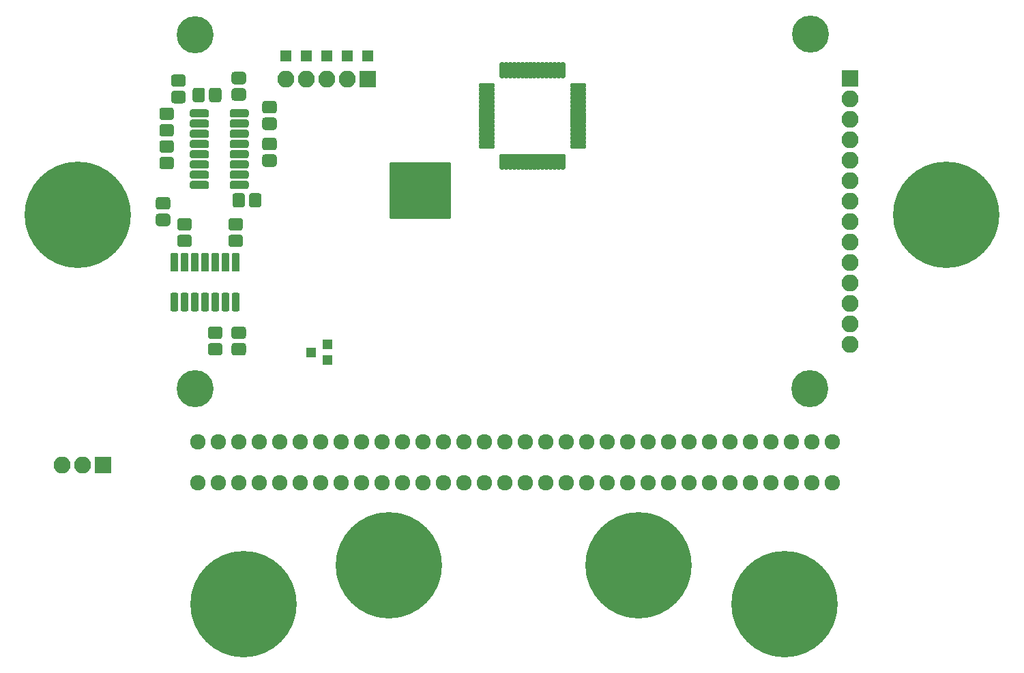
<source format=gbr>
G04 #@! TF.GenerationSoftware,KiCad,Pcbnew,5.1.6-c6e7f7d~87~ubuntu18.04.1*
G04 #@! TF.CreationDate,2020-08-09T22:57:09+01:00*
G04 #@! TF.ProjectId,ServerPSU_Breakout,53657276-6572-4505-9355-5f427265616b,B*
G04 #@! TF.SameCoordinates,Original*
G04 #@! TF.FileFunction,Soldermask,Bot*
G04 #@! TF.FilePolarity,Negative*
%FSLAX46Y46*%
G04 Gerber Fmt 4.6, Leading zero omitted, Abs format (unit mm)*
G04 Created by KiCad (PCBNEW 5.1.6-c6e7f7d~87~ubuntu18.04.1) date 2020-08-09 22:57:09*
%MOMM*%
%LPD*%
G01*
G04 APERTURE LIST*
%ADD10O,2.100000X2.100000*%
%ADD11R,2.100000X2.100000*%
%ADD12C,4.600000*%
%ADD13C,1.300000*%
%ADD14C,13.200000*%
%ADD15R,1.400000X1.400000*%
%ADD16R,1.300000X1.200000*%
%ADD17C,1.924000*%
%ADD18C,0.254000*%
G04 APERTURE END LIST*
D10*
X105473500Y-117602000D03*
X108013500Y-117602000D03*
D11*
X110553500Y-117602000D03*
D10*
X133223000Y-69723000D03*
X135763000Y-69723000D03*
X138303000Y-69723000D03*
X140843000Y-69723000D03*
D11*
X143383000Y-69723000D03*
D12*
X198310500Y-64173100D03*
D10*
X203288900Y-84899500D03*
X203288900Y-102679500D03*
X203288900Y-82359500D03*
X203288900Y-74739500D03*
D12*
X121983500Y-108140500D03*
D10*
X203288900Y-97599500D03*
D12*
X198234300Y-108140500D03*
D10*
X203288900Y-92519500D03*
X203288900Y-87439500D03*
D11*
X203288900Y-69659500D03*
D10*
X203288900Y-100139500D03*
D12*
X121983500Y-64198500D03*
D10*
X203288900Y-72199500D03*
X203288900Y-79819500D03*
X203288900Y-89979500D03*
X203288900Y-95059500D03*
X203288900Y-77279500D03*
G36*
G01*
X127250000Y-93632500D02*
X126750000Y-93632500D01*
G75*
G02*
X126500000Y-93382500I0J250000D01*
G01*
X126500000Y-91532500D01*
G75*
G02*
X126750000Y-91282500I250000J0D01*
G01*
X127250000Y-91282500D01*
G75*
G02*
X127500000Y-91532500I0J-250000D01*
G01*
X127500000Y-93382500D01*
G75*
G02*
X127250000Y-93632500I-250000J0D01*
G01*
G37*
G36*
G01*
X125980000Y-93632500D02*
X125480000Y-93632500D01*
G75*
G02*
X125230000Y-93382500I0J250000D01*
G01*
X125230000Y-91532500D01*
G75*
G02*
X125480000Y-91282500I250000J0D01*
G01*
X125980000Y-91282500D01*
G75*
G02*
X126230000Y-91532500I0J-250000D01*
G01*
X126230000Y-93382500D01*
G75*
G02*
X125980000Y-93632500I-250000J0D01*
G01*
G37*
G36*
G01*
X124710000Y-93632500D02*
X124210000Y-93632500D01*
G75*
G02*
X123960000Y-93382500I0J250000D01*
G01*
X123960000Y-91532500D01*
G75*
G02*
X124210000Y-91282500I250000J0D01*
G01*
X124710000Y-91282500D01*
G75*
G02*
X124960000Y-91532500I0J-250000D01*
G01*
X124960000Y-93382500D01*
G75*
G02*
X124710000Y-93632500I-250000J0D01*
G01*
G37*
G36*
G01*
X123440000Y-93632500D02*
X122940000Y-93632500D01*
G75*
G02*
X122690000Y-93382500I0J250000D01*
G01*
X122690000Y-91532500D01*
G75*
G02*
X122940000Y-91282500I250000J0D01*
G01*
X123440000Y-91282500D01*
G75*
G02*
X123690000Y-91532500I0J-250000D01*
G01*
X123690000Y-93382500D01*
G75*
G02*
X123440000Y-93632500I-250000J0D01*
G01*
G37*
G36*
G01*
X122170000Y-93632500D02*
X121670000Y-93632500D01*
G75*
G02*
X121420000Y-93382500I0J250000D01*
G01*
X121420000Y-91532500D01*
G75*
G02*
X121670000Y-91282500I250000J0D01*
G01*
X122170000Y-91282500D01*
G75*
G02*
X122420000Y-91532500I0J-250000D01*
G01*
X122420000Y-93382500D01*
G75*
G02*
X122170000Y-93632500I-250000J0D01*
G01*
G37*
G36*
G01*
X120900000Y-93632500D02*
X120400000Y-93632500D01*
G75*
G02*
X120150000Y-93382500I0J250000D01*
G01*
X120150000Y-91532500D01*
G75*
G02*
X120400000Y-91282500I250000J0D01*
G01*
X120900000Y-91282500D01*
G75*
G02*
X121150000Y-91532500I0J-250000D01*
G01*
X121150000Y-93382500D01*
G75*
G02*
X120900000Y-93632500I-250000J0D01*
G01*
G37*
G36*
G01*
X119630000Y-93632500D02*
X119130000Y-93632500D01*
G75*
G02*
X118880000Y-93382500I0J250000D01*
G01*
X118880000Y-91532500D01*
G75*
G02*
X119130000Y-91282500I250000J0D01*
G01*
X119630000Y-91282500D01*
G75*
G02*
X119880000Y-91532500I0J-250000D01*
G01*
X119880000Y-93382500D01*
G75*
G02*
X119630000Y-93632500I-250000J0D01*
G01*
G37*
G36*
G01*
X119630000Y-98582500D02*
X119130000Y-98582500D01*
G75*
G02*
X118880000Y-98332500I0J250000D01*
G01*
X118880000Y-96482500D01*
G75*
G02*
X119130000Y-96232500I250000J0D01*
G01*
X119630000Y-96232500D01*
G75*
G02*
X119880000Y-96482500I0J-250000D01*
G01*
X119880000Y-98332500D01*
G75*
G02*
X119630000Y-98582500I-250000J0D01*
G01*
G37*
G36*
G01*
X120900000Y-98582500D02*
X120400000Y-98582500D01*
G75*
G02*
X120150000Y-98332500I0J250000D01*
G01*
X120150000Y-96482500D01*
G75*
G02*
X120400000Y-96232500I250000J0D01*
G01*
X120900000Y-96232500D01*
G75*
G02*
X121150000Y-96482500I0J-250000D01*
G01*
X121150000Y-98332500D01*
G75*
G02*
X120900000Y-98582500I-250000J0D01*
G01*
G37*
G36*
G01*
X122170000Y-98582500D02*
X121670000Y-98582500D01*
G75*
G02*
X121420000Y-98332500I0J250000D01*
G01*
X121420000Y-96482500D01*
G75*
G02*
X121670000Y-96232500I250000J0D01*
G01*
X122170000Y-96232500D01*
G75*
G02*
X122420000Y-96482500I0J-250000D01*
G01*
X122420000Y-98332500D01*
G75*
G02*
X122170000Y-98582500I-250000J0D01*
G01*
G37*
G36*
G01*
X123440000Y-98582500D02*
X122940000Y-98582500D01*
G75*
G02*
X122690000Y-98332500I0J250000D01*
G01*
X122690000Y-96482500D01*
G75*
G02*
X122940000Y-96232500I250000J0D01*
G01*
X123440000Y-96232500D01*
G75*
G02*
X123690000Y-96482500I0J-250000D01*
G01*
X123690000Y-98332500D01*
G75*
G02*
X123440000Y-98582500I-250000J0D01*
G01*
G37*
G36*
G01*
X124710000Y-98582500D02*
X124210000Y-98582500D01*
G75*
G02*
X123960000Y-98332500I0J250000D01*
G01*
X123960000Y-96482500D01*
G75*
G02*
X124210000Y-96232500I250000J0D01*
G01*
X124710000Y-96232500D01*
G75*
G02*
X124960000Y-96482500I0J-250000D01*
G01*
X124960000Y-98332500D01*
G75*
G02*
X124710000Y-98582500I-250000J0D01*
G01*
G37*
G36*
G01*
X125980000Y-98582500D02*
X125480000Y-98582500D01*
G75*
G02*
X125230000Y-98332500I0J250000D01*
G01*
X125230000Y-96482500D01*
G75*
G02*
X125480000Y-96232500I250000J0D01*
G01*
X125980000Y-96232500D01*
G75*
G02*
X126230000Y-96482500I0J-250000D01*
G01*
X126230000Y-98332500D01*
G75*
G02*
X125980000Y-98582500I-250000J0D01*
G01*
G37*
G36*
G01*
X127250000Y-98582500D02*
X126750000Y-98582500D01*
G75*
G02*
X126500000Y-98332500I0J250000D01*
G01*
X126500000Y-96482500D01*
G75*
G02*
X126750000Y-96232500I250000J0D01*
G01*
X127250000Y-96232500D01*
G75*
G02*
X127500000Y-96482500I0J-250000D01*
G01*
X127500000Y-98332500D01*
G75*
G02*
X127250000Y-98582500I-250000J0D01*
G01*
G37*
G36*
G01*
X127563044Y-88523000D02*
X126436956Y-88523000D01*
G75*
G02*
X126100000Y-88186044I0J336956D01*
G01*
X126100000Y-87309956D01*
G75*
G02*
X126436956Y-86973000I336956J0D01*
G01*
X127563044Y-86973000D01*
G75*
G02*
X127900000Y-87309956I0J-336956D01*
G01*
X127900000Y-88186044D01*
G75*
G02*
X127563044Y-88523000I-336956J0D01*
G01*
G37*
G36*
G01*
X127563044Y-90573000D02*
X126436956Y-90573000D01*
G75*
G02*
X126100000Y-90236044I0J336956D01*
G01*
X126100000Y-89359956D01*
G75*
G02*
X126436956Y-89023000I336956J0D01*
G01*
X127563044Y-89023000D01*
G75*
G02*
X127900000Y-89359956I0J-336956D01*
G01*
X127900000Y-90236044D01*
G75*
G02*
X127563044Y-90573000I-336956J0D01*
G01*
G37*
G36*
G01*
X123194000Y-71128456D02*
X123194000Y-72254544D01*
G75*
G02*
X122857044Y-72591500I-336956J0D01*
G01*
X121980956Y-72591500D01*
G75*
G02*
X121644000Y-72254544I0J336956D01*
G01*
X121644000Y-71128456D01*
G75*
G02*
X121980956Y-70791500I336956J0D01*
G01*
X122857044Y-70791500D01*
G75*
G02*
X123194000Y-71128456I0J-336956D01*
G01*
G37*
G36*
G01*
X125244000Y-71128456D02*
X125244000Y-72254544D01*
G75*
G02*
X124907044Y-72591500I-336956J0D01*
G01*
X124030956Y-72591500D01*
G75*
G02*
X123694000Y-72254544I0J336956D01*
G01*
X123694000Y-71128456D01*
G75*
G02*
X124030956Y-70791500I336956J0D01*
G01*
X124907044Y-70791500D01*
G75*
G02*
X125244000Y-71128456I0J-336956D01*
G01*
G37*
G36*
G01*
X123668000Y-73727500D02*
X123668000Y-74227500D01*
G75*
G02*
X123418000Y-74477500I-250000J0D01*
G01*
X121568000Y-74477500D01*
G75*
G02*
X121318000Y-74227500I0J250000D01*
G01*
X121318000Y-73727500D01*
G75*
G02*
X121568000Y-73477500I250000J0D01*
G01*
X123418000Y-73477500D01*
G75*
G02*
X123668000Y-73727500I0J-250000D01*
G01*
G37*
G36*
G01*
X123668000Y-74997500D02*
X123668000Y-75497500D01*
G75*
G02*
X123418000Y-75747500I-250000J0D01*
G01*
X121568000Y-75747500D01*
G75*
G02*
X121318000Y-75497500I0J250000D01*
G01*
X121318000Y-74997500D01*
G75*
G02*
X121568000Y-74747500I250000J0D01*
G01*
X123418000Y-74747500D01*
G75*
G02*
X123668000Y-74997500I0J-250000D01*
G01*
G37*
G36*
G01*
X123668000Y-76267500D02*
X123668000Y-76767500D01*
G75*
G02*
X123418000Y-77017500I-250000J0D01*
G01*
X121568000Y-77017500D01*
G75*
G02*
X121318000Y-76767500I0J250000D01*
G01*
X121318000Y-76267500D01*
G75*
G02*
X121568000Y-76017500I250000J0D01*
G01*
X123418000Y-76017500D01*
G75*
G02*
X123668000Y-76267500I0J-250000D01*
G01*
G37*
G36*
G01*
X123668000Y-77537500D02*
X123668000Y-78037500D01*
G75*
G02*
X123418000Y-78287500I-250000J0D01*
G01*
X121568000Y-78287500D01*
G75*
G02*
X121318000Y-78037500I0J250000D01*
G01*
X121318000Y-77537500D01*
G75*
G02*
X121568000Y-77287500I250000J0D01*
G01*
X123418000Y-77287500D01*
G75*
G02*
X123668000Y-77537500I0J-250000D01*
G01*
G37*
G36*
G01*
X123668000Y-78807500D02*
X123668000Y-79307500D01*
G75*
G02*
X123418000Y-79557500I-250000J0D01*
G01*
X121568000Y-79557500D01*
G75*
G02*
X121318000Y-79307500I0J250000D01*
G01*
X121318000Y-78807500D01*
G75*
G02*
X121568000Y-78557500I250000J0D01*
G01*
X123418000Y-78557500D01*
G75*
G02*
X123668000Y-78807500I0J-250000D01*
G01*
G37*
G36*
G01*
X123668000Y-80077500D02*
X123668000Y-80577500D01*
G75*
G02*
X123418000Y-80827500I-250000J0D01*
G01*
X121568000Y-80827500D01*
G75*
G02*
X121318000Y-80577500I0J250000D01*
G01*
X121318000Y-80077500D01*
G75*
G02*
X121568000Y-79827500I250000J0D01*
G01*
X123418000Y-79827500D01*
G75*
G02*
X123668000Y-80077500I0J-250000D01*
G01*
G37*
G36*
G01*
X123668000Y-81347500D02*
X123668000Y-81847500D01*
G75*
G02*
X123418000Y-82097500I-250000J0D01*
G01*
X121568000Y-82097500D01*
G75*
G02*
X121318000Y-81847500I0J250000D01*
G01*
X121318000Y-81347500D01*
G75*
G02*
X121568000Y-81097500I250000J0D01*
G01*
X123418000Y-81097500D01*
G75*
G02*
X123668000Y-81347500I0J-250000D01*
G01*
G37*
G36*
G01*
X123668000Y-82617500D02*
X123668000Y-83117500D01*
G75*
G02*
X123418000Y-83367500I-250000J0D01*
G01*
X121568000Y-83367500D01*
G75*
G02*
X121318000Y-83117500I0J250000D01*
G01*
X121318000Y-82617500D01*
G75*
G02*
X121568000Y-82367500I250000J0D01*
G01*
X123418000Y-82367500D01*
G75*
G02*
X123668000Y-82617500I0J-250000D01*
G01*
G37*
G36*
G01*
X128618000Y-82617500D02*
X128618000Y-83117500D01*
G75*
G02*
X128368000Y-83367500I-250000J0D01*
G01*
X126518000Y-83367500D01*
G75*
G02*
X126268000Y-83117500I0J250000D01*
G01*
X126268000Y-82617500D01*
G75*
G02*
X126518000Y-82367500I250000J0D01*
G01*
X128368000Y-82367500D01*
G75*
G02*
X128618000Y-82617500I0J-250000D01*
G01*
G37*
G36*
G01*
X128618000Y-81347500D02*
X128618000Y-81847500D01*
G75*
G02*
X128368000Y-82097500I-250000J0D01*
G01*
X126518000Y-82097500D01*
G75*
G02*
X126268000Y-81847500I0J250000D01*
G01*
X126268000Y-81347500D01*
G75*
G02*
X126518000Y-81097500I250000J0D01*
G01*
X128368000Y-81097500D01*
G75*
G02*
X128618000Y-81347500I0J-250000D01*
G01*
G37*
G36*
G01*
X128618000Y-80077500D02*
X128618000Y-80577500D01*
G75*
G02*
X128368000Y-80827500I-250000J0D01*
G01*
X126518000Y-80827500D01*
G75*
G02*
X126268000Y-80577500I0J250000D01*
G01*
X126268000Y-80077500D01*
G75*
G02*
X126518000Y-79827500I250000J0D01*
G01*
X128368000Y-79827500D01*
G75*
G02*
X128618000Y-80077500I0J-250000D01*
G01*
G37*
G36*
G01*
X128618000Y-78807500D02*
X128618000Y-79307500D01*
G75*
G02*
X128368000Y-79557500I-250000J0D01*
G01*
X126518000Y-79557500D01*
G75*
G02*
X126268000Y-79307500I0J250000D01*
G01*
X126268000Y-78807500D01*
G75*
G02*
X126518000Y-78557500I250000J0D01*
G01*
X128368000Y-78557500D01*
G75*
G02*
X128618000Y-78807500I0J-250000D01*
G01*
G37*
G36*
G01*
X128618000Y-77537500D02*
X128618000Y-78037500D01*
G75*
G02*
X128368000Y-78287500I-250000J0D01*
G01*
X126518000Y-78287500D01*
G75*
G02*
X126268000Y-78037500I0J250000D01*
G01*
X126268000Y-77537500D01*
G75*
G02*
X126518000Y-77287500I250000J0D01*
G01*
X128368000Y-77287500D01*
G75*
G02*
X128618000Y-77537500I0J-250000D01*
G01*
G37*
G36*
G01*
X128618000Y-76267500D02*
X128618000Y-76767500D01*
G75*
G02*
X128368000Y-77017500I-250000J0D01*
G01*
X126518000Y-77017500D01*
G75*
G02*
X126268000Y-76767500I0J250000D01*
G01*
X126268000Y-76267500D01*
G75*
G02*
X126518000Y-76017500I250000J0D01*
G01*
X128368000Y-76017500D01*
G75*
G02*
X128618000Y-76267500I0J-250000D01*
G01*
G37*
G36*
G01*
X128618000Y-74997500D02*
X128618000Y-75497500D01*
G75*
G02*
X128368000Y-75747500I-250000J0D01*
G01*
X126518000Y-75747500D01*
G75*
G02*
X126268000Y-75497500I0J250000D01*
G01*
X126268000Y-74997500D01*
G75*
G02*
X126518000Y-74747500I250000J0D01*
G01*
X128368000Y-74747500D01*
G75*
G02*
X128618000Y-74997500I0J-250000D01*
G01*
G37*
G36*
G01*
X128618000Y-73727500D02*
X128618000Y-74227500D01*
G75*
G02*
X128368000Y-74477500I-250000J0D01*
G01*
X126518000Y-74477500D01*
G75*
G02*
X126268000Y-74227500I0J250000D01*
G01*
X126268000Y-73727500D01*
G75*
G02*
X126518000Y-73477500I250000J0D01*
G01*
X128368000Y-73477500D01*
G75*
G02*
X128618000Y-73727500I0J-250000D01*
G01*
G37*
D13*
X149444113Y-126653887D03*
X146050000Y-125248000D03*
X142655887Y-126653887D03*
X141250000Y-130048000D03*
X142655887Y-133442113D03*
X146050000Y-134848000D03*
X149444113Y-133442113D03*
X150850000Y-130048000D03*
D14*
X146050000Y-130048000D03*
D13*
X180432113Y-126653887D03*
X177038000Y-125248000D03*
X173643887Y-126653887D03*
X172238000Y-130048000D03*
X173643887Y-133442113D03*
X177038000Y-134848000D03*
X180432113Y-133442113D03*
X181838000Y-130048000D03*
D14*
X177038000Y-130048000D03*
X215201500Y-86550500D03*
D13*
X220001500Y-86550500D03*
X218595613Y-89944613D03*
X215201500Y-91350500D03*
X211807387Y-89944613D03*
X210401500Y-86550500D03*
X211807387Y-83156387D03*
X215201500Y-81750500D03*
X218595613Y-83156387D03*
D14*
X107378500Y-86550500D03*
D13*
X112178500Y-86550500D03*
X110772613Y-89944613D03*
X107378500Y-91350500D03*
X103984387Y-89944613D03*
X102578500Y-86550500D03*
X103984387Y-83156387D03*
X107378500Y-81750500D03*
X110772613Y-83156387D03*
D14*
X127952500Y-134874000D03*
D13*
X132752500Y-134874000D03*
X131346613Y-138268113D03*
X127952500Y-139674000D03*
X124558387Y-138268113D03*
X123152500Y-134874000D03*
X124558387Y-131479887D03*
X127952500Y-130074000D03*
X131346613Y-131479887D03*
D14*
X195135500Y-134874000D03*
D13*
X199935500Y-134874000D03*
X198529613Y-138268113D03*
X195135500Y-139674000D03*
X191741387Y-138268113D03*
X190335500Y-134874000D03*
X191741387Y-131479887D03*
X195135500Y-130074000D03*
X198529613Y-131479887D03*
D15*
X135763000Y-66802000D03*
X140843000Y-66802000D03*
X133223000Y-66802000D03*
X138303000Y-66802000D03*
X143383000Y-66802000D03*
G36*
G01*
X130627956Y-79053500D02*
X131754044Y-79053500D01*
G75*
G02*
X132091000Y-79390456I0J-336956D01*
G01*
X132091000Y-80266544D01*
G75*
G02*
X131754044Y-80603500I-336956J0D01*
G01*
X130627956Y-80603500D01*
G75*
G02*
X130291000Y-80266544I0J336956D01*
G01*
X130291000Y-79390456D01*
G75*
G02*
X130627956Y-79053500I336956J0D01*
G01*
G37*
G36*
G01*
X130627956Y-77003500D02*
X131754044Y-77003500D01*
G75*
G02*
X132091000Y-77340456I0J-336956D01*
G01*
X132091000Y-78216544D01*
G75*
G02*
X131754044Y-78553500I-336956J0D01*
G01*
X130627956Y-78553500D01*
G75*
G02*
X130291000Y-78216544I0J336956D01*
G01*
X130291000Y-77340456D01*
G75*
G02*
X130627956Y-77003500I336956J0D01*
G01*
G37*
G36*
G01*
X131754044Y-73981500D02*
X130627956Y-73981500D01*
G75*
G02*
X130291000Y-73644544I0J336956D01*
G01*
X130291000Y-72768456D01*
G75*
G02*
X130627956Y-72431500I336956J0D01*
G01*
X131754044Y-72431500D01*
G75*
G02*
X132091000Y-72768456I0J-336956D01*
G01*
X132091000Y-73644544D01*
G75*
G02*
X131754044Y-73981500I-336956J0D01*
G01*
G37*
G36*
G01*
X131754044Y-76031500D02*
X130627956Y-76031500D01*
G75*
G02*
X130291000Y-75694544I0J336956D01*
G01*
X130291000Y-74818456D01*
G75*
G02*
X130627956Y-74481500I336956J0D01*
G01*
X131754044Y-74481500D01*
G75*
G02*
X132091000Y-74818456I0J-336956D01*
G01*
X132091000Y-75694544D01*
G75*
G02*
X131754044Y-76031500I-336956J0D01*
G01*
G37*
G36*
G01*
X128147000Y-84209456D02*
X128147000Y-85335544D01*
G75*
G02*
X127810044Y-85672500I-336956J0D01*
G01*
X126933956Y-85672500D01*
G75*
G02*
X126597000Y-85335544I0J336956D01*
G01*
X126597000Y-84209456D01*
G75*
G02*
X126933956Y-83872500I336956J0D01*
G01*
X127810044Y-83872500D01*
G75*
G02*
X128147000Y-84209456I0J-336956D01*
G01*
G37*
G36*
G01*
X130197000Y-84209456D02*
X130197000Y-85335544D01*
G75*
G02*
X129860044Y-85672500I-336956J0D01*
G01*
X128983956Y-85672500D01*
G75*
G02*
X128647000Y-85335544I0J336956D01*
G01*
X128647000Y-84209456D01*
G75*
G02*
X128983956Y-83872500I336956J0D01*
G01*
X129860044Y-83872500D01*
G75*
G02*
X130197000Y-84209456I0J-336956D01*
G01*
G37*
G36*
G01*
X127944044Y-70362000D02*
X126817956Y-70362000D01*
G75*
G02*
X126481000Y-70025044I0J336956D01*
G01*
X126481000Y-69148956D01*
G75*
G02*
X126817956Y-68812000I336956J0D01*
G01*
X127944044Y-68812000D01*
G75*
G02*
X128281000Y-69148956I0J-336956D01*
G01*
X128281000Y-70025044D01*
G75*
G02*
X127944044Y-70362000I-336956J0D01*
G01*
G37*
G36*
G01*
X127944044Y-72412000D02*
X126817956Y-72412000D01*
G75*
G02*
X126481000Y-72075044I0J336956D01*
G01*
X126481000Y-71198956D01*
G75*
G02*
X126817956Y-70862000I336956J0D01*
G01*
X127944044Y-70862000D01*
G75*
G02*
X128281000Y-71198956I0J-336956D01*
G01*
X128281000Y-72075044D01*
G75*
G02*
X127944044Y-72412000I-336956J0D01*
G01*
G37*
G36*
G01*
X117419956Y-86419500D02*
X118546044Y-86419500D01*
G75*
G02*
X118883000Y-86756456I0J-336956D01*
G01*
X118883000Y-87632544D01*
G75*
G02*
X118546044Y-87969500I-336956J0D01*
G01*
X117419956Y-87969500D01*
G75*
G02*
X117083000Y-87632544I0J336956D01*
G01*
X117083000Y-86756456D01*
G75*
G02*
X117419956Y-86419500I336956J0D01*
G01*
G37*
G36*
G01*
X117419956Y-84369500D02*
X118546044Y-84369500D01*
G75*
G02*
X118883000Y-84706456I0J-336956D01*
G01*
X118883000Y-85582544D01*
G75*
G02*
X118546044Y-85919500I-336956J0D01*
G01*
X117419956Y-85919500D01*
G75*
G02*
X117083000Y-85582544I0J336956D01*
G01*
X117083000Y-84706456D01*
G75*
G02*
X117419956Y-84369500I336956J0D01*
G01*
G37*
G36*
G01*
X120451044Y-70679500D02*
X119324956Y-70679500D01*
G75*
G02*
X118988000Y-70342544I0J336956D01*
G01*
X118988000Y-69466456D01*
G75*
G02*
X119324956Y-69129500I336956J0D01*
G01*
X120451044Y-69129500D01*
G75*
G02*
X120788000Y-69466456I0J-336956D01*
G01*
X120788000Y-70342544D01*
G75*
G02*
X120451044Y-70679500I-336956J0D01*
G01*
G37*
G36*
G01*
X120451044Y-72729500D02*
X119324956Y-72729500D01*
G75*
G02*
X118988000Y-72392544I0J336956D01*
G01*
X118988000Y-71516456D01*
G75*
G02*
X119324956Y-71179500I336956J0D01*
G01*
X120451044Y-71179500D01*
G75*
G02*
X120788000Y-71516456I0J-336956D01*
G01*
X120788000Y-72392544D01*
G75*
G02*
X120451044Y-72729500I-336956J0D01*
G01*
G37*
G36*
G01*
X118990544Y-74807000D02*
X117864456Y-74807000D01*
G75*
G02*
X117527500Y-74470044I0J336956D01*
G01*
X117527500Y-73593956D01*
G75*
G02*
X117864456Y-73257000I336956J0D01*
G01*
X118990544Y-73257000D01*
G75*
G02*
X119327500Y-73593956I0J-336956D01*
G01*
X119327500Y-74470044D01*
G75*
G02*
X118990544Y-74807000I-336956J0D01*
G01*
G37*
G36*
G01*
X118990544Y-76857000D02*
X117864456Y-76857000D01*
G75*
G02*
X117527500Y-76520044I0J336956D01*
G01*
X117527500Y-75643956D01*
G75*
G02*
X117864456Y-75307000I336956J0D01*
G01*
X118990544Y-75307000D01*
G75*
G02*
X119327500Y-75643956I0J-336956D01*
G01*
X119327500Y-76520044D01*
G75*
G02*
X118990544Y-76857000I-336956J0D01*
G01*
G37*
G36*
G01*
X117864456Y-79371000D02*
X118990544Y-79371000D01*
G75*
G02*
X119327500Y-79707956I0J-336956D01*
G01*
X119327500Y-80584044D01*
G75*
G02*
X118990544Y-80921000I-336956J0D01*
G01*
X117864456Y-80921000D01*
G75*
G02*
X117527500Y-80584044I0J336956D01*
G01*
X117527500Y-79707956D01*
G75*
G02*
X117864456Y-79371000I336956J0D01*
G01*
G37*
G36*
G01*
X117864456Y-77321000D02*
X118990544Y-77321000D01*
G75*
G02*
X119327500Y-77657956I0J-336956D01*
G01*
X119327500Y-78534044D01*
G75*
G02*
X118990544Y-78871000I-336956J0D01*
G01*
X117864456Y-78871000D01*
G75*
G02*
X117527500Y-78534044I0J336956D01*
G01*
X117527500Y-77657956D01*
G75*
G02*
X117864456Y-77321000I336956J0D01*
G01*
G37*
G36*
G01*
X120086956Y-89023000D02*
X121213044Y-89023000D01*
G75*
G02*
X121550000Y-89359956I0J-336956D01*
G01*
X121550000Y-90236044D01*
G75*
G02*
X121213044Y-90573000I-336956J0D01*
G01*
X120086956Y-90573000D01*
G75*
G02*
X119750000Y-90236044I0J336956D01*
G01*
X119750000Y-89359956D01*
G75*
G02*
X120086956Y-89023000I336956J0D01*
G01*
G37*
G36*
G01*
X120086956Y-86973000D02*
X121213044Y-86973000D01*
G75*
G02*
X121550000Y-87309956I0J-336956D01*
G01*
X121550000Y-88186044D01*
G75*
G02*
X121213044Y-88523000I-336956J0D01*
G01*
X120086956Y-88523000D01*
G75*
G02*
X119750000Y-88186044I0J336956D01*
G01*
X119750000Y-87309956D01*
G75*
G02*
X120086956Y-86973000I336956J0D01*
G01*
G37*
G36*
G01*
X125023044Y-101985000D02*
X123896956Y-101985000D01*
G75*
G02*
X123560000Y-101648044I0J336956D01*
G01*
X123560000Y-100771956D01*
G75*
G02*
X123896956Y-100435000I336956J0D01*
G01*
X125023044Y-100435000D01*
G75*
G02*
X125360000Y-100771956I0J-336956D01*
G01*
X125360000Y-101648044D01*
G75*
G02*
X125023044Y-101985000I-336956J0D01*
G01*
G37*
G36*
G01*
X125023044Y-104035000D02*
X123896956Y-104035000D01*
G75*
G02*
X123560000Y-103698044I0J336956D01*
G01*
X123560000Y-102821956D01*
G75*
G02*
X123896956Y-102485000I336956J0D01*
G01*
X125023044Y-102485000D01*
G75*
G02*
X125360000Y-102821956I0J-336956D01*
G01*
X125360000Y-103698044D01*
G75*
G02*
X125023044Y-104035000I-336956J0D01*
G01*
G37*
G36*
G01*
X127944044Y-101985000D02*
X126817956Y-101985000D01*
G75*
G02*
X126481000Y-101648044I0J336956D01*
G01*
X126481000Y-100771956D01*
G75*
G02*
X126817956Y-100435000I336956J0D01*
G01*
X127944044Y-100435000D01*
G75*
G02*
X128281000Y-100771956I0J-336956D01*
G01*
X128281000Y-101648044D01*
G75*
G02*
X127944044Y-101985000I-336956J0D01*
G01*
G37*
G36*
G01*
X127944044Y-104035000D02*
X126817956Y-104035000D01*
G75*
G02*
X126481000Y-103698044I0J336956D01*
G01*
X126481000Y-102821956D01*
G75*
G02*
X126817956Y-102485000I336956J0D01*
G01*
X127944044Y-102485000D01*
G75*
G02*
X128281000Y-102821956I0J-336956D01*
G01*
X128281000Y-103698044D01*
G75*
G02*
X127944044Y-104035000I-336956J0D01*
G01*
G37*
G36*
G01*
X157355000Y-70195000D02*
X158955000Y-70195000D01*
G75*
G02*
X159130000Y-70370000I0J-175000D01*
G01*
X159130000Y-70720000D01*
G75*
G02*
X158955000Y-70895000I-175000J0D01*
G01*
X157355000Y-70895000D01*
G75*
G02*
X157180000Y-70720000I0J175000D01*
G01*
X157180000Y-70370000D01*
G75*
G02*
X157355000Y-70195000I175000J0D01*
G01*
G37*
G36*
G01*
X157355000Y-70695000D02*
X158955000Y-70695000D01*
G75*
G02*
X159130000Y-70870000I0J-175000D01*
G01*
X159130000Y-71220000D01*
G75*
G02*
X158955000Y-71395000I-175000J0D01*
G01*
X157355000Y-71395000D01*
G75*
G02*
X157180000Y-71220000I0J175000D01*
G01*
X157180000Y-70870000D01*
G75*
G02*
X157355000Y-70695000I175000J0D01*
G01*
G37*
G36*
G01*
X157355000Y-71195000D02*
X158955000Y-71195000D01*
G75*
G02*
X159130000Y-71370000I0J-175000D01*
G01*
X159130000Y-71720000D01*
G75*
G02*
X158955000Y-71895000I-175000J0D01*
G01*
X157355000Y-71895000D01*
G75*
G02*
X157180000Y-71720000I0J175000D01*
G01*
X157180000Y-71370000D01*
G75*
G02*
X157355000Y-71195000I175000J0D01*
G01*
G37*
G36*
G01*
X157355000Y-71695000D02*
X158955000Y-71695000D01*
G75*
G02*
X159130000Y-71870000I0J-175000D01*
G01*
X159130000Y-72220000D01*
G75*
G02*
X158955000Y-72395000I-175000J0D01*
G01*
X157355000Y-72395000D01*
G75*
G02*
X157180000Y-72220000I0J175000D01*
G01*
X157180000Y-71870000D01*
G75*
G02*
X157355000Y-71695000I175000J0D01*
G01*
G37*
G36*
G01*
X157355000Y-72195000D02*
X158955000Y-72195000D01*
G75*
G02*
X159130000Y-72370000I0J-175000D01*
G01*
X159130000Y-72720000D01*
G75*
G02*
X158955000Y-72895000I-175000J0D01*
G01*
X157355000Y-72895000D01*
G75*
G02*
X157180000Y-72720000I0J175000D01*
G01*
X157180000Y-72370000D01*
G75*
G02*
X157355000Y-72195000I175000J0D01*
G01*
G37*
G36*
G01*
X157355000Y-72695000D02*
X158955000Y-72695000D01*
G75*
G02*
X159130000Y-72870000I0J-175000D01*
G01*
X159130000Y-73220000D01*
G75*
G02*
X158955000Y-73395000I-175000J0D01*
G01*
X157355000Y-73395000D01*
G75*
G02*
X157180000Y-73220000I0J175000D01*
G01*
X157180000Y-72870000D01*
G75*
G02*
X157355000Y-72695000I175000J0D01*
G01*
G37*
G36*
G01*
X157355000Y-73195000D02*
X158955000Y-73195000D01*
G75*
G02*
X159130000Y-73370000I0J-175000D01*
G01*
X159130000Y-73720000D01*
G75*
G02*
X158955000Y-73895000I-175000J0D01*
G01*
X157355000Y-73895000D01*
G75*
G02*
X157180000Y-73720000I0J175000D01*
G01*
X157180000Y-73370000D01*
G75*
G02*
X157355000Y-73195000I175000J0D01*
G01*
G37*
G36*
G01*
X157355000Y-73695000D02*
X158955000Y-73695000D01*
G75*
G02*
X159130000Y-73870000I0J-175000D01*
G01*
X159130000Y-74220000D01*
G75*
G02*
X158955000Y-74395000I-175000J0D01*
G01*
X157355000Y-74395000D01*
G75*
G02*
X157180000Y-74220000I0J175000D01*
G01*
X157180000Y-73870000D01*
G75*
G02*
X157355000Y-73695000I175000J0D01*
G01*
G37*
G36*
G01*
X157355000Y-74195000D02*
X158955000Y-74195000D01*
G75*
G02*
X159130000Y-74370000I0J-175000D01*
G01*
X159130000Y-74720000D01*
G75*
G02*
X158955000Y-74895000I-175000J0D01*
G01*
X157355000Y-74895000D01*
G75*
G02*
X157180000Y-74720000I0J175000D01*
G01*
X157180000Y-74370000D01*
G75*
G02*
X157355000Y-74195000I175000J0D01*
G01*
G37*
G36*
G01*
X157355000Y-74695000D02*
X158955000Y-74695000D01*
G75*
G02*
X159130000Y-74870000I0J-175000D01*
G01*
X159130000Y-75220000D01*
G75*
G02*
X158955000Y-75395000I-175000J0D01*
G01*
X157355000Y-75395000D01*
G75*
G02*
X157180000Y-75220000I0J175000D01*
G01*
X157180000Y-74870000D01*
G75*
G02*
X157355000Y-74695000I175000J0D01*
G01*
G37*
G36*
G01*
X157355000Y-75195000D02*
X158955000Y-75195000D01*
G75*
G02*
X159130000Y-75370000I0J-175000D01*
G01*
X159130000Y-75720000D01*
G75*
G02*
X158955000Y-75895000I-175000J0D01*
G01*
X157355000Y-75895000D01*
G75*
G02*
X157180000Y-75720000I0J175000D01*
G01*
X157180000Y-75370000D01*
G75*
G02*
X157355000Y-75195000I175000J0D01*
G01*
G37*
G36*
G01*
X157355000Y-75695000D02*
X158955000Y-75695000D01*
G75*
G02*
X159130000Y-75870000I0J-175000D01*
G01*
X159130000Y-76220000D01*
G75*
G02*
X158955000Y-76395000I-175000J0D01*
G01*
X157355000Y-76395000D01*
G75*
G02*
X157180000Y-76220000I0J175000D01*
G01*
X157180000Y-75870000D01*
G75*
G02*
X157355000Y-75695000I175000J0D01*
G01*
G37*
G36*
G01*
X157355000Y-76195000D02*
X158955000Y-76195000D01*
G75*
G02*
X159130000Y-76370000I0J-175000D01*
G01*
X159130000Y-76720000D01*
G75*
G02*
X158955000Y-76895000I-175000J0D01*
G01*
X157355000Y-76895000D01*
G75*
G02*
X157180000Y-76720000I0J175000D01*
G01*
X157180000Y-76370000D01*
G75*
G02*
X157355000Y-76195000I175000J0D01*
G01*
G37*
G36*
G01*
X157355000Y-76695000D02*
X158955000Y-76695000D01*
G75*
G02*
X159130000Y-76870000I0J-175000D01*
G01*
X159130000Y-77220000D01*
G75*
G02*
X158955000Y-77395000I-175000J0D01*
G01*
X157355000Y-77395000D01*
G75*
G02*
X157180000Y-77220000I0J175000D01*
G01*
X157180000Y-76870000D01*
G75*
G02*
X157355000Y-76695000I175000J0D01*
G01*
G37*
G36*
G01*
X157355000Y-77195000D02*
X158955000Y-77195000D01*
G75*
G02*
X159130000Y-77370000I0J-175000D01*
G01*
X159130000Y-77720000D01*
G75*
G02*
X158955000Y-77895000I-175000J0D01*
G01*
X157355000Y-77895000D01*
G75*
G02*
X157180000Y-77720000I0J175000D01*
G01*
X157180000Y-77370000D01*
G75*
G02*
X157355000Y-77195000I175000J0D01*
G01*
G37*
G36*
G01*
X157355000Y-77695000D02*
X158955000Y-77695000D01*
G75*
G02*
X159130000Y-77870000I0J-175000D01*
G01*
X159130000Y-78220000D01*
G75*
G02*
X158955000Y-78395000I-175000J0D01*
G01*
X157355000Y-78395000D01*
G75*
G02*
X157180000Y-78220000I0J175000D01*
G01*
X157180000Y-77870000D01*
G75*
G02*
X157355000Y-77695000I175000J0D01*
G01*
G37*
G36*
G01*
X159905000Y-78995000D02*
X160255000Y-78995000D01*
G75*
G02*
X160430000Y-79170000I0J-175000D01*
G01*
X160430000Y-80770000D01*
G75*
G02*
X160255000Y-80945000I-175000J0D01*
G01*
X159905000Y-80945000D01*
G75*
G02*
X159730000Y-80770000I0J175000D01*
G01*
X159730000Y-79170000D01*
G75*
G02*
X159905000Y-78995000I175000J0D01*
G01*
G37*
G36*
G01*
X160405000Y-78995000D02*
X160755000Y-78995000D01*
G75*
G02*
X160930000Y-79170000I0J-175000D01*
G01*
X160930000Y-80770000D01*
G75*
G02*
X160755000Y-80945000I-175000J0D01*
G01*
X160405000Y-80945000D01*
G75*
G02*
X160230000Y-80770000I0J175000D01*
G01*
X160230000Y-79170000D01*
G75*
G02*
X160405000Y-78995000I175000J0D01*
G01*
G37*
G36*
G01*
X160905000Y-78995000D02*
X161255000Y-78995000D01*
G75*
G02*
X161430000Y-79170000I0J-175000D01*
G01*
X161430000Y-80770000D01*
G75*
G02*
X161255000Y-80945000I-175000J0D01*
G01*
X160905000Y-80945000D01*
G75*
G02*
X160730000Y-80770000I0J175000D01*
G01*
X160730000Y-79170000D01*
G75*
G02*
X160905000Y-78995000I175000J0D01*
G01*
G37*
G36*
G01*
X161405000Y-78995000D02*
X161755000Y-78995000D01*
G75*
G02*
X161930000Y-79170000I0J-175000D01*
G01*
X161930000Y-80770000D01*
G75*
G02*
X161755000Y-80945000I-175000J0D01*
G01*
X161405000Y-80945000D01*
G75*
G02*
X161230000Y-80770000I0J175000D01*
G01*
X161230000Y-79170000D01*
G75*
G02*
X161405000Y-78995000I175000J0D01*
G01*
G37*
G36*
G01*
X161905000Y-78995000D02*
X162255000Y-78995000D01*
G75*
G02*
X162430000Y-79170000I0J-175000D01*
G01*
X162430000Y-80770000D01*
G75*
G02*
X162255000Y-80945000I-175000J0D01*
G01*
X161905000Y-80945000D01*
G75*
G02*
X161730000Y-80770000I0J175000D01*
G01*
X161730000Y-79170000D01*
G75*
G02*
X161905000Y-78995000I175000J0D01*
G01*
G37*
G36*
G01*
X162405000Y-78995000D02*
X162755000Y-78995000D01*
G75*
G02*
X162930000Y-79170000I0J-175000D01*
G01*
X162930000Y-80770000D01*
G75*
G02*
X162755000Y-80945000I-175000J0D01*
G01*
X162405000Y-80945000D01*
G75*
G02*
X162230000Y-80770000I0J175000D01*
G01*
X162230000Y-79170000D01*
G75*
G02*
X162405000Y-78995000I175000J0D01*
G01*
G37*
G36*
G01*
X162905000Y-78995000D02*
X163255000Y-78995000D01*
G75*
G02*
X163430000Y-79170000I0J-175000D01*
G01*
X163430000Y-80770000D01*
G75*
G02*
X163255000Y-80945000I-175000J0D01*
G01*
X162905000Y-80945000D01*
G75*
G02*
X162730000Y-80770000I0J175000D01*
G01*
X162730000Y-79170000D01*
G75*
G02*
X162905000Y-78995000I175000J0D01*
G01*
G37*
G36*
G01*
X163405000Y-78995000D02*
X163755000Y-78995000D01*
G75*
G02*
X163930000Y-79170000I0J-175000D01*
G01*
X163930000Y-80770000D01*
G75*
G02*
X163755000Y-80945000I-175000J0D01*
G01*
X163405000Y-80945000D01*
G75*
G02*
X163230000Y-80770000I0J175000D01*
G01*
X163230000Y-79170000D01*
G75*
G02*
X163405000Y-78995000I175000J0D01*
G01*
G37*
G36*
G01*
X163905000Y-78995000D02*
X164255000Y-78995000D01*
G75*
G02*
X164430000Y-79170000I0J-175000D01*
G01*
X164430000Y-80770000D01*
G75*
G02*
X164255000Y-80945000I-175000J0D01*
G01*
X163905000Y-80945000D01*
G75*
G02*
X163730000Y-80770000I0J175000D01*
G01*
X163730000Y-79170000D01*
G75*
G02*
X163905000Y-78995000I175000J0D01*
G01*
G37*
G36*
G01*
X164405000Y-78995000D02*
X164755000Y-78995000D01*
G75*
G02*
X164930000Y-79170000I0J-175000D01*
G01*
X164930000Y-80770000D01*
G75*
G02*
X164755000Y-80945000I-175000J0D01*
G01*
X164405000Y-80945000D01*
G75*
G02*
X164230000Y-80770000I0J175000D01*
G01*
X164230000Y-79170000D01*
G75*
G02*
X164405000Y-78995000I175000J0D01*
G01*
G37*
G36*
G01*
X164905000Y-78995000D02*
X165255000Y-78995000D01*
G75*
G02*
X165430000Y-79170000I0J-175000D01*
G01*
X165430000Y-80770000D01*
G75*
G02*
X165255000Y-80945000I-175000J0D01*
G01*
X164905000Y-80945000D01*
G75*
G02*
X164730000Y-80770000I0J175000D01*
G01*
X164730000Y-79170000D01*
G75*
G02*
X164905000Y-78995000I175000J0D01*
G01*
G37*
G36*
G01*
X165405000Y-78995000D02*
X165755000Y-78995000D01*
G75*
G02*
X165930000Y-79170000I0J-175000D01*
G01*
X165930000Y-80770000D01*
G75*
G02*
X165755000Y-80945000I-175000J0D01*
G01*
X165405000Y-80945000D01*
G75*
G02*
X165230000Y-80770000I0J175000D01*
G01*
X165230000Y-79170000D01*
G75*
G02*
X165405000Y-78995000I175000J0D01*
G01*
G37*
G36*
G01*
X165905000Y-78995000D02*
X166255000Y-78995000D01*
G75*
G02*
X166430000Y-79170000I0J-175000D01*
G01*
X166430000Y-80770000D01*
G75*
G02*
X166255000Y-80945000I-175000J0D01*
G01*
X165905000Y-80945000D01*
G75*
G02*
X165730000Y-80770000I0J175000D01*
G01*
X165730000Y-79170000D01*
G75*
G02*
X165905000Y-78995000I175000J0D01*
G01*
G37*
G36*
G01*
X166405000Y-78995000D02*
X166755000Y-78995000D01*
G75*
G02*
X166930000Y-79170000I0J-175000D01*
G01*
X166930000Y-80770000D01*
G75*
G02*
X166755000Y-80945000I-175000J0D01*
G01*
X166405000Y-80945000D01*
G75*
G02*
X166230000Y-80770000I0J175000D01*
G01*
X166230000Y-79170000D01*
G75*
G02*
X166405000Y-78995000I175000J0D01*
G01*
G37*
G36*
G01*
X166905000Y-78995000D02*
X167255000Y-78995000D01*
G75*
G02*
X167430000Y-79170000I0J-175000D01*
G01*
X167430000Y-80770000D01*
G75*
G02*
X167255000Y-80945000I-175000J0D01*
G01*
X166905000Y-80945000D01*
G75*
G02*
X166730000Y-80770000I0J175000D01*
G01*
X166730000Y-79170000D01*
G75*
G02*
X166905000Y-78995000I175000J0D01*
G01*
G37*
G36*
G01*
X167405000Y-78995000D02*
X167755000Y-78995000D01*
G75*
G02*
X167930000Y-79170000I0J-175000D01*
G01*
X167930000Y-80770000D01*
G75*
G02*
X167755000Y-80945000I-175000J0D01*
G01*
X167405000Y-80945000D01*
G75*
G02*
X167230000Y-80770000I0J175000D01*
G01*
X167230000Y-79170000D01*
G75*
G02*
X167405000Y-78995000I175000J0D01*
G01*
G37*
G36*
G01*
X168705000Y-77695000D02*
X170305000Y-77695000D01*
G75*
G02*
X170480000Y-77870000I0J-175000D01*
G01*
X170480000Y-78220000D01*
G75*
G02*
X170305000Y-78395000I-175000J0D01*
G01*
X168705000Y-78395000D01*
G75*
G02*
X168530000Y-78220000I0J175000D01*
G01*
X168530000Y-77870000D01*
G75*
G02*
X168705000Y-77695000I175000J0D01*
G01*
G37*
G36*
G01*
X168705000Y-77195000D02*
X170305000Y-77195000D01*
G75*
G02*
X170480000Y-77370000I0J-175000D01*
G01*
X170480000Y-77720000D01*
G75*
G02*
X170305000Y-77895000I-175000J0D01*
G01*
X168705000Y-77895000D01*
G75*
G02*
X168530000Y-77720000I0J175000D01*
G01*
X168530000Y-77370000D01*
G75*
G02*
X168705000Y-77195000I175000J0D01*
G01*
G37*
G36*
G01*
X168705000Y-76695000D02*
X170305000Y-76695000D01*
G75*
G02*
X170480000Y-76870000I0J-175000D01*
G01*
X170480000Y-77220000D01*
G75*
G02*
X170305000Y-77395000I-175000J0D01*
G01*
X168705000Y-77395000D01*
G75*
G02*
X168530000Y-77220000I0J175000D01*
G01*
X168530000Y-76870000D01*
G75*
G02*
X168705000Y-76695000I175000J0D01*
G01*
G37*
G36*
G01*
X168705000Y-76195000D02*
X170305000Y-76195000D01*
G75*
G02*
X170480000Y-76370000I0J-175000D01*
G01*
X170480000Y-76720000D01*
G75*
G02*
X170305000Y-76895000I-175000J0D01*
G01*
X168705000Y-76895000D01*
G75*
G02*
X168530000Y-76720000I0J175000D01*
G01*
X168530000Y-76370000D01*
G75*
G02*
X168705000Y-76195000I175000J0D01*
G01*
G37*
G36*
G01*
X168705000Y-75695000D02*
X170305000Y-75695000D01*
G75*
G02*
X170480000Y-75870000I0J-175000D01*
G01*
X170480000Y-76220000D01*
G75*
G02*
X170305000Y-76395000I-175000J0D01*
G01*
X168705000Y-76395000D01*
G75*
G02*
X168530000Y-76220000I0J175000D01*
G01*
X168530000Y-75870000D01*
G75*
G02*
X168705000Y-75695000I175000J0D01*
G01*
G37*
G36*
G01*
X168705000Y-75195000D02*
X170305000Y-75195000D01*
G75*
G02*
X170480000Y-75370000I0J-175000D01*
G01*
X170480000Y-75720000D01*
G75*
G02*
X170305000Y-75895000I-175000J0D01*
G01*
X168705000Y-75895000D01*
G75*
G02*
X168530000Y-75720000I0J175000D01*
G01*
X168530000Y-75370000D01*
G75*
G02*
X168705000Y-75195000I175000J0D01*
G01*
G37*
G36*
G01*
X168705000Y-74695000D02*
X170305000Y-74695000D01*
G75*
G02*
X170480000Y-74870000I0J-175000D01*
G01*
X170480000Y-75220000D01*
G75*
G02*
X170305000Y-75395000I-175000J0D01*
G01*
X168705000Y-75395000D01*
G75*
G02*
X168530000Y-75220000I0J175000D01*
G01*
X168530000Y-74870000D01*
G75*
G02*
X168705000Y-74695000I175000J0D01*
G01*
G37*
G36*
G01*
X168705000Y-74195000D02*
X170305000Y-74195000D01*
G75*
G02*
X170480000Y-74370000I0J-175000D01*
G01*
X170480000Y-74720000D01*
G75*
G02*
X170305000Y-74895000I-175000J0D01*
G01*
X168705000Y-74895000D01*
G75*
G02*
X168530000Y-74720000I0J175000D01*
G01*
X168530000Y-74370000D01*
G75*
G02*
X168705000Y-74195000I175000J0D01*
G01*
G37*
G36*
G01*
X168705000Y-73695000D02*
X170305000Y-73695000D01*
G75*
G02*
X170480000Y-73870000I0J-175000D01*
G01*
X170480000Y-74220000D01*
G75*
G02*
X170305000Y-74395000I-175000J0D01*
G01*
X168705000Y-74395000D01*
G75*
G02*
X168530000Y-74220000I0J175000D01*
G01*
X168530000Y-73870000D01*
G75*
G02*
X168705000Y-73695000I175000J0D01*
G01*
G37*
G36*
G01*
X168705000Y-73195000D02*
X170305000Y-73195000D01*
G75*
G02*
X170480000Y-73370000I0J-175000D01*
G01*
X170480000Y-73720000D01*
G75*
G02*
X170305000Y-73895000I-175000J0D01*
G01*
X168705000Y-73895000D01*
G75*
G02*
X168530000Y-73720000I0J175000D01*
G01*
X168530000Y-73370000D01*
G75*
G02*
X168705000Y-73195000I175000J0D01*
G01*
G37*
G36*
G01*
X168705000Y-72695000D02*
X170305000Y-72695000D01*
G75*
G02*
X170480000Y-72870000I0J-175000D01*
G01*
X170480000Y-73220000D01*
G75*
G02*
X170305000Y-73395000I-175000J0D01*
G01*
X168705000Y-73395000D01*
G75*
G02*
X168530000Y-73220000I0J175000D01*
G01*
X168530000Y-72870000D01*
G75*
G02*
X168705000Y-72695000I175000J0D01*
G01*
G37*
G36*
G01*
X168705000Y-72195000D02*
X170305000Y-72195000D01*
G75*
G02*
X170480000Y-72370000I0J-175000D01*
G01*
X170480000Y-72720000D01*
G75*
G02*
X170305000Y-72895000I-175000J0D01*
G01*
X168705000Y-72895000D01*
G75*
G02*
X168530000Y-72720000I0J175000D01*
G01*
X168530000Y-72370000D01*
G75*
G02*
X168705000Y-72195000I175000J0D01*
G01*
G37*
G36*
G01*
X168705000Y-71695000D02*
X170305000Y-71695000D01*
G75*
G02*
X170480000Y-71870000I0J-175000D01*
G01*
X170480000Y-72220000D01*
G75*
G02*
X170305000Y-72395000I-175000J0D01*
G01*
X168705000Y-72395000D01*
G75*
G02*
X168530000Y-72220000I0J175000D01*
G01*
X168530000Y-71870000D01*
G75*
G02*
X168705000Y-71695000I175000J0D01*
G01*
G37*
G36*
G01*
X168705000Y-71195000D02*
X170305000Y-71195000D01*
G75*
G02*
X170480000Y-71370000I0J-175000D01*
G01*
X170480000Y-71720000D01*
G75*
G02*
X170305000Y-71895000I-175000J0D01*
G01*
X168705000Y-71895000D01*
G75*
G02*
X168530000Y-71720000I0J175000D01*
G01*
X168530000Y-71370000D01*
G75*
G02*
X168705000Y-71195000I175000J0D01*
G01*
G37*
G36*
G01*
X168705000Y-70695000D02*
X170305000Y-70695000D01*
G75*
G02*
X170480000Y-70870000I0J-175000D01*
G01*
X170480000Y-71220000D01*
G75*
G02*
X170305000Y-71395000I-175000J0D01*
G01*
X168705000Y-71395000D01*
G75*
G02*
X168530000Y-71220000I0J175000D01*
G01*
X168530000Y-70870000D01*
G75*
G02*
X168705000Y-70695000I175000J0D01*
G01*
G37*
G36*
G01*
X168705000Y-70195000D02*
X170305000Y-70195000D01*
G75*
G02*
X170480000Y-70370000I0J-175000D01*
G01*
X170480000Y-70720000D01*
G75*
G02*
X170305000Y-70895000I-175000J0D01*
G01*
X168705000Y-70895000D01*
G75*
G02*
X168530000Y-70720000I0J175000D01*
G01*
X168530000Y-70370000D01*
G75*
G02*
X168705000Y-70195000I175000J0D01*
G01*
G37*
G36*
G01*
X167405000Y-67645000D02*
X167755000Y-67645000D01*
G75*
G02*
X167930000Y-67820000I0J-175000D01*
G01*
X167930000Y-69420000D01*
G75*
G02*
X167755000Y-69595000I-175000J0D01*
G01*
X167405000Y-69595000D01*
G75*
G02*
X167230000Y-69420000I0J175000D01*
G01*
X167230000Y-67820000D01*
G75*
G02*
X167405000Y-67645000I175000J0D01*
G01*
G37*
G36*
G01*
X166905000Y-67645000D02*
X167255000Y-67645000D01*
G75*
G02*
X167430000Y-67820000I0J-175000D01*
G01*
X167430000Y-69420000D01*
G75*
G02*
X167255000Y-69595000I-175000J0D01*
G01*
X166905000Y-69595000D01*
G75*
G02*
X166730000Y-69420000I0J175000D01*
G01*
X166730000Y-67820000D01*
G75*
G02*
X166905000Y-67645000I175000J0D01*
G01*
G37*
G36*
G01*
X166405000Y-67645000D02*
X166755000Y-67645000D01*
G75*
G02*
X166930000Y-67820000I0J-175000D01*
G01*
X166930000Y-69420000D01*
G75*
G02*
X166755000Y-69595000I-175000J0D01*
G01*
X166405000Y-69595000D01*
G75*
G02*
X166230000Y-69420000I0J175000D01*
G01*
X166230000Y-67820000D01*
G75*
G02*
X166405000Y-67645000I175000J0D01*
G01*
G37*
G36*
G01*
X165905000Y-67645000D02*
X166255000Y-67645000D01*
G75*
G02*
X166430000Y-67820000I0J-175000D01*
G01*
X166430000Y-69420000D01*
G75*
G02*
X166255000Y-69595000I-175000J0D01*
G01*
X165905000Y-69595000D01*
G75*
G02*
X165730000Y-69420000I0J175000D01*
G01*
X165730000Y-67820000D01*
G75*
G02*
X165905000Y-67645000I175000J0D01*
G01*
G37*
G36*
G01*
X165405000Y-67645000D02*
X165755000Y-67645000D01*
G75*
G02*
X165930000Y-67820000I0J-175000D01*
G01*
X165930000Y-69420000D01*
G75*
G02*
X165755000Y-69595000I-175000J0D01*
G01*
X165405000Y-69595000D01*
G75*
G02*
X165230000Y-69420000I0J175000D01*
G01*
X165230000Y-67820000D01*
G75*
G02*
X165405000Y-67645000I175000J0D01*
G01*
G37*
G36*
G01*
X164905000Y-67645000D02*
X165255000Y-67645000D01*
G75*
G02*
X165430000Y-67820000I0J-175000D01*
G01*
X165430000Y-69420000D01*
G75*
G02*
X165255000Y-69595000I-175000J0D01*
G01*
X164905000Y-69595000D01*
G75*
G02*
X164730000Y-69420000I0J175000D01*
G01*
X164730000Y-67820000D01*
G75*
G02*
X164905000Y-67645000I175000J0D01*
G01*
G37*
G36*
G01*
X164405000Y-67645000D02*
X164755000Y-67645000D01*
G75*
G02*
X164930000Y-67820000I0J-175000D01*
G01*
X164930000Y-69420000D01*
G75*
G02*
X164755000Y-69595000I-175000J0D01*
G01*
X164405000Y-69595000D01*
G75*
G02*
X164230000Y-69420000I0J175000D01*
G01*
X164230000Y-67820000D01*
G75*
G02*
X164405000Y-67645000I175000J0D01*
G01*
G37*
G36*
G01*
X163905000Y-67645000D02*
X164255000Y-67645000D01*
G75*
G02*
X164430000Y-67820000I0J-175000D01*
G01*
X164430000Y-69420000D01*
G75*
G02*
X164255000Y-69595000I-175000J0D01*
G01*
X163905000Y-69595000D01*
G75*
G02*
X163730000Y-69420000I0J175000D01*
G01*
X163730000Y-67820000D01*
G75*
G02*
X163905000Y-67645000I175000J0D01*
G01*
G37*
G36*
G01*
X163405000Y-67645000D02*
X163755000Y-67645000D01*
G75*
G02*
X163930000Y-67820000I0J-175000D01*
G01*
X163930000Y-69420000D01*
G75*
G02*
X163755000Y-69595000I-175000J0D01*
G01*
X163405000Y-69595000D01*
G75*
G02*
X163230000Y-69420000I0J175000D01*
G01*
X163230000Y-67820000D01*
G75*
G02*
X163405000Y-67645000I175000J0D01*
G01*
G37*
G36*
G01*
X162905000Y-67645000D02*
X163255000Y-67645000D01*
G75*
G02*
X163430000Y-67820000I0J-175000D01*
G01*
X163430000Y-69420000D01*
G75*
G02*
X163255000Y-69595000I-175000J0D01*
G01*
X162905000Y-69595000D01*
G75*
G02*
X162730000Y-69420000I0J175000D01*
G01*
X162730000Y-67820000D01*
G75*
G02*
X162905000Y-67645000I175000J0D01*
G01*
G37*
G36*
G01*
X162405000Y-67645000D02*
X162755000Y-67645000D01*
G75*
G02*
X162930000Y-67820000I0J-175000D01*
G01*
X162930000Y-69420000D01*
G75*
G02*
X162755000Y-69595000I-175000J0D01*
G01*
X162405000Y-69595000D01*
G75*
G02*
X162230000Y-69420000I0J175000D01*
G01*
X162230000Y-67820000D01*
G75*
G02*
X162405000Y-67645000I175000J0D01*
G01*
G37*
G36*
G01*
X161905000Y-67645000D02*
X162255000Y-67645000D01*
G75*
G02*
X162430000Y-67820000I0J-175000D01*
G01*
X162430000Y-69420000D01*
G75*
G02*
X162255000Y-69595000I-175000J0D01*
G01*
X161905000Y-69595000D01*
G75*
G02*
X161730000Y-69420000I0J175000D01*
G01*
X161730000Y-67820000D01*
G75*
G02*
X161905000Y-67645000I175000J0D01*
G01*
G37*
G36*
G01*
X161405000Y-67645000D02*
X161755000Y-67645000D01*
G75*
G02*
X161930000Y-67820000I0J-175000D01*
G01*
X161930000Y-69420000D01*
G75*
G02*
X161755000Y-69595000I-175000J0D01*
G01*
X161405000Y-69595000D01*
G75*
G02*
X161230000Y-69420000I0J175000D01*
G01*
X161230000Y-67820000D01*
G75*
G02*
X161405000Y-67645000I175000J0D01*
G01*
G37*
G36*
G01*
X160905000Y-67645000D02*
X161255000Y-67645000D01*
G75*
G02*
X161430000Y-67820000I0J-175000D01*
G01*
X161430000Y-69420000D01*
G75*
G02*
X161255000Y-69595000I-175000J0D01*
G01*
X160905000Y-69595000D01*
G75*
G02*
X160730000Y-69420000I0J175000D01*
G01*
X160730000Y-67820000D01*
G75*
G02*
X160905000Y-67645000I175000J0D01*
G01*
G37*
G36*
G01*
X160405000Y-67645000D02*
X160755000Y-67645000D01*
G75*
G02*
X160930000Y-67820000I0J-175000D01*
G01*
X160930000Y-69420000D01*
G75*
G02*
X160755000Y-69595000I-175000J0D01*
G01*
X160405000Y-69595000D01*
G75*
G02*
X160230000Y-69420000I0J175000D01*
G01*
X160230000Y-67820000D01*
G75*
G02*
X160405000Y-67645000I175000J0D01*
G01*
G37*
G36*
G01*
X159905000Y-67645000D02*
X160255000Y-67645000D01*
G75*
G02*
X160430000Y-67820000I0J-175000D01*
G01*
X160430000Y-69420000D01*
G75*
G02*
X160255000Y-69595000I-175000J0D01*
G01*
X159905000Y-69595000D01*
G75*
G02*
X159730000Y-69420000I0J175000D01*
G01*
X159730000Y-67820000D01*
G75*
G02*
X159905000Y-67645000I175000J0D01*
G01*
G37*
D16*
X136350500Y-103632000D03*
X138350500Y-104582000D03*
X138350500Y-102682000D03*
D17*
X201041000Y-114744500D03*
X198501000Y-114744500D03*
X195961000Y-114744500D03*
X193421000Y-114744500D03*
X190881000Y-114744500D03*
X188341000Y-114744500D03*
X185801000Y-114744500D03*
X183261000Y-114744500D03*
X180721000Y-114744500D03*
X178181000Y-114744500D03*
X175641000Y-114744500D03*
X173101000Y-114744500D03*
X170561000Y-114744500D03*
X168021000Y-114744500D03*
X165481000Y-114744500D03*
X162941000Y-114744500D03*
X160401000Y-114744500D03*
X157861000Y-114744500D03*
X155321000Y-114744500D03*
X152781000Y-114744500D03*
X150241000Y-114744500D03*
X147701000Y-114744500D03*
X145161000Y-114744500D03*
X142621000Y-114744500D03*
X140081000Y-114744500D03*
X137541000Y-114744500D03*
X135001000Y-114744500D03*
X132461000Y-114744500D03*
X129921000Y-114744500D03*
X127381000Y-114744500D03*
X124841000Y-114744500D03*
X122301000Y-114744500D03*
X124841000Y-119824500D03*
X201041000Y-119824500D03*
X198501000Y-119824500D03*
X195961000Y-119824500D03*
X193421000Y-119824500D03*
X190881000Y-119824500D03*
X188341000Y-119824500D03*
X185801000Y-119824500D03*
X183261000Y-119824500D03*
X180721000Y-119824500D03*
X178181000Y-119824500D03*
X175641000Y-119824500D03*
X173101000Y-119824500D03*
X170561000Y-119824500D03*
X168021000Y-119824500D03*
X165481000Y-119824500D03*
X162941000Y-119824500D03*
X160401000Y-119824500D03*
X157861000Y-119824500D03*
X155321000Y-119824500D03*
X152781000Y-119824500D03*
X150241000Y-119824500D03*
X147701000Y-119824500D03*
X145161000Y-119824500D03*
X142621000Y-119824500D03*
X140081000Y-119824500D03*
X137541000Y-119824500D03*
X135001000Y-119824500D03*
X132461000Y-119824500D03*
X129921000Y-119824500D03*
X127381000Y-119824500D03*
X122301000Y-119824500D03*
D18*
G36*
X153543000Y-86868000D02*
G01*
X146177000Y-86868000D01*
X146177000Y-80137000D01*
X153543000Y-80137000D01*
X153543000Y-86868000D01*
G37*
X153543000Y-86868000D02*
X146177000Y-86868000D01*
X146177000Y-80137000D01*
X153543000Y-80137000D01*
X153543000Y-86868000D01*
M02*

</source>
